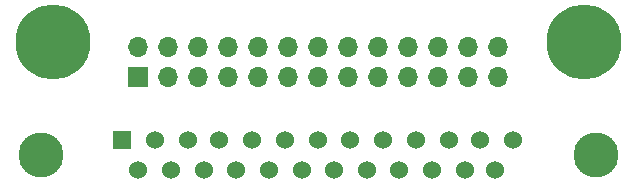
<source format=gbr>
%TF.GenerationSoftware,KiCad,Pcbnew,(5.1.10)-1*%
%TF.CreationDate,2021-10-17T13:17:21-04:00*%
%TF.ProjectId,DB25-02,44423235-2d30-4322-9e6b-696361645f70,X1*%
%TF.SameCoordinates,Original*%
%TF.FileFunction,Soldermask,Top*%
%TF.FilePolarity,Negative*%
%FSLAX46Y46*%
G04 Gerber Fmt 4.6, Leading zero omitted, Abs format (unit mm)*
G04 Created by KiCad (PCBNEW (5.1.10)-1) date 2021-10-17 13:17:21*
%MOMM*%
%LPD*%
G01*
G04 APERTURE LIST*
%ADD10R,1.700000X1.700000*%
%ADD11O,1.700000X1.700000*%
%ADD12C,3.810000*%
%ADD13C,1.524000*%
%ADD14R,1.524000X1.524000*%
%ADD15C,6.350000*%
G04 APERTURE END LIST*
D10*
%TO.C,P1*%
X32258000Y-12954000D03*
D11*
X32258000Y-10414000D03*
X34798000Y-12954000D03*
X34798000Y-10414000D03*
X37338000Y-12954000D03*
X37338000Y-10414000D03*
X39878000Y-12954000D03*
X39878000Y-10414000D03*
X42418000Y-12954000D03*
X42418000Y-10414000D03*
X44958000Y-12954000D03*
X44958000Y-10414000D03*
X47498000Y-12954000D03*
X47498000Y-10414000D03*
X50038000Y-12954000D03*
X50038000Y-10414000D03*
X52578000Y-12954000D03*
X52578000Y-10414000D03*
X55118000Y-12954000D03*
X55118000Y-10414000D03*
X57658000Y-12954000D03*
X57658000Y-10414000D03*
X60198000Y-12954000D03*
X60198000Y-10414000D03*
X62738000Y-12954000D03*
X62738000Y-10414000D03*
%TD*%
D12*
%TO.C,J1*%
X24003000Y-19558000D03*
X70993000Y-19558000D03*
D13*
X64008000Y-18288000D03*
X61214000Y-18288000D03*
X58547000Y-18288000D03*
X55753000Y-18288000D03*
X52959000Y-18288000D03*
X50165000Y-18288000D03*
X47498000Y-18288000D03*
X44704000Y-18288000D03*
X41910000Y-18288000D03*
X39116000Y-18288000D03*
X36449000Y-18288000D03*
X33655000Y-18288000D03*
D14*
X30861000Y-18288000D03*
D13*
X62433200Y-20828000D03*
X59893200Y-20828000D03*
X57099200Y-20828000D03*
X54356000Y-20828000D03*
X51612800Y-20828000D03*
X48818800Y-20828000D03*
X46075600Y-20828000D03*
X43332400Y-20828000D03*
X40487600Y-20828000D03*
X37795200Y-20828000D03*
X35052000Y-20828000D03*
X32258000Y-20828000D03*
%TD*%
D15*
%TO.C,MTG1*%
X70000000Y-10000000D03*
%TD*%
%TO.C,MTG2*%
X25000000Y-10000000D03*
%TD*%
M02*

</source>
